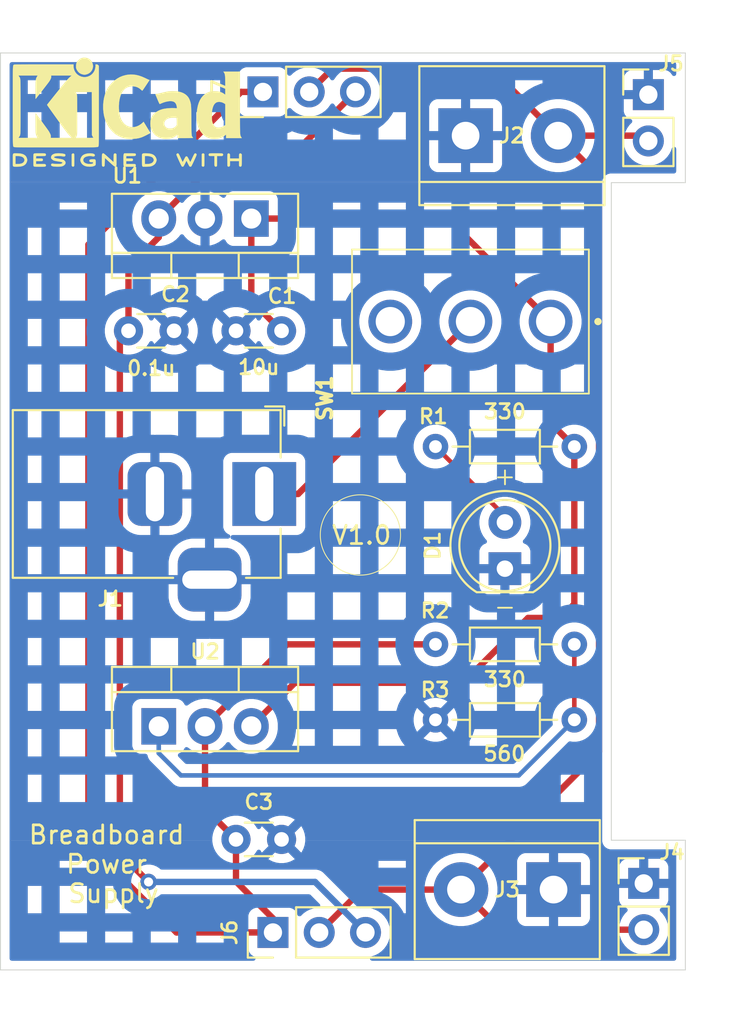
<source format=kicad_pcb>
(kicad_pcb (version 20241229) (generator "pcbnew") (generator_version "9.0")
  (layers (0 "F.Cu" signal) (2 "B.Cu" signal) (13 "F.Paste" user) (15 "B.Paste" user) (5 "F.SilkS" user "F.Silkscreen") (7 "B.SilkS" user "B.Silkscreen") (1 "F.Mask" user) (3 "B.Mask" user) (25 "Edge.Cuts" user))
  (net 0 "")
  (net 1 "GND")
  (net 2 "/12V")
  (net 3 "/5V")
  (net 4 "/3.3V")
  (net 5 "Net-(D1-A)")
  (net 6 "/PWR_input")
  (net 7 "/PWR_output")
  (net 8 "Net-(U2-ADJ)")
  (footprint "Connector_PinHeader_2.54mm:PinHeader_1x03_P2.54mm_Vertical" (layer "F.Cu") (at 87.05 69.7 90)
    (property "Reference" "J7" (at 0 -2.38 90) (layer "F.SilkS") (effects (font (size 0.8 0.8))))
    (property "Value" "Conn_01x03_Pin")
    (pad "1" thru_hole rect (at 0 0 90) (size 1.7 1.7) (drill 1) (layers "*.Cu" "*.Mask") (net 4 "/3.3V"))
    (pad "2" thru_hole circle (at 0 2.54 90) (size 1.7 1.7) (drill 1) (layers "*.Cu" "*.Mask") (net 7 "/PWR_output"))
    (pad "3" thru_hole circle (at 0 5.08 90) (size 1.7 1.7) (drill 1) (layers "*.Cu" "*.Mask") (net 3 "/5V"))
  )
  (footprint "Capacitor_THT:C_Disc_D3.0mm_W1.6mm_P2.50mm" (layer "F.Cu") (at 79.672 82.804)
    (property "Reference" "C2" (at 2.578 -2.004 0) (layer "F.SilkS") (effects (font (size 0.8 0.8))))
    (property "Value" "0.1u" (at 1.25 2.05 0) (layer "F.SilkS") (effects (font (size 0.8 0.8))))
    (pad "1" thru_hole circle (at 0 0) (size 1.6 1.6) (drill 0.8) (layers "*.Cu" "*.Mask") (net 3 "/5V"))
    (pad "2" thru_hole circle (at 2.5 0) (size 1.6 1.6) (drill 0.8) (layers "*.Cu" "*.Mask") (net 1 "GND"))
  )
  (footprint "Package_TO_SOT_THT:TO-220-3_Vertical" (layer "F.Cu") (at 81.332 104.4975)
    (property "Reference" "U2" (at 2.54 -4.1 0) (layer "F.SilkS") (effects (font (size 0.8 0.8))))
    (property "Value" "LM317_TO-220")
    (pad "1" thru_hole rect (at 0 0) (size 1.905 2) (drill 1.1) (layers "*.Cu" "*.Mask") (net 8 "Net-(U2-ADJ)"))
    (pad "2" thru_hole oval (at 2.54 0) (size 1.905 2) (drill 1.1) (layers "*.Cu" "*.Mask") (net 4 "/3.3V"))
    (pad "3" thru_hole oval (at 5.08 0) (size 1.905 2) (drill 1.1) (layers "*.Cu" "*.Mask") (net 2 "/12V"))
  )
  (footprint "TerminalBlock:TerminalBlock_bornier-2_P5.08mm" (layer "F.Cu") (at 103 113.45 180)
    (property "Reference" "J3" (at 2.54 0 0) (layer "F.SilkS") (effects (font (size 0.8 0.8))))
    (property "Value" "Screw_Terminal_01x02")
    (pad "1" thru_hole rect (at 0 0 180) (size 3 3) (drill 1.52) (layers "*.Cu" "*.Mask") (net 1 "GND"))
    (pad "2" thru_hole circle (at 5.08 0 180) (size 3 3) (drill 1.52) (layers "*.Cu" "*.Mask") (net 7 "/PWR_output"))
  )
  (footprint "Resistor_THT:R_Axial_DIN0204_L3.6mm_D1.6mm_P7.62mm_Horizontal" (layer "F.Cu") (at 96.52 100)
    (property "Reference" "R2" (at -0.02 -1.85 0) (layer "F.SilkS") (effects (font (size 0.8 0.8))))
    (property "Value" "330" (at 3.81 1.92 0) (layer "F.SilkS") (effects (font (size 0.8 0.8))))
    (pad "1" thru_hole circle (at 0 0) (size 1.4 1.4) (drill 0.7) (layers "*.Cu" "*.Mask") (net 4 "/3.3V"))
    (pad "2" thru_hole circle (at 7.62 0) (size 1.4 1.4) (drill 0.7) (layers "*.Cu" "*.Mask") (net 8 "Net-(U2-ADJ)"))
  )
  (footprint "Resistor_THT:R_Axial_DIN0204_L3.6mm_D1.6mm_P7.62mm_Horizontal" (layer "F.Cu") (at 104.14 104.14 180)
    (property "Reference" "R3" (at 7.64 1.64 0) (layer "F.SilkS") (effects (font (size 0.8 0.8))))
    (property "Value" "560" (at 3.84 -1.86 0) (layer "F.SilkS") (effects (font (size 0.8 0.8))))
    (pad "1" thru_hole circle (at 0 0 180) (size 1.4 1.4) (drill 0.7) (layers "*.Cu" "*.Mask") (net 8 "Net-(U2-ADJ)"))
    (pad "2" thru_hole circle (at 7.62 0 180) (size 1.4 1.4) (drill 0.7) (layers "*.Cu" "*.Mask") (net 1 "GND"))
  )
  (footprint "TerminalBlock:TerminalBlock_bornier-2_P5.08mm" (layer "F.Cu") (at 98.174 72.1)
    (property "Reference" "J2" (hide yes))
    (property "Value" "Screw_Terminal_01x02")
    (fp_text user "${REFERENCE}" (at 2.54 0 0) (layer "F.SilkS") (effects (font (size 0.8 0.8))))
    (pad "1" thru_hole rect (at 0 0) (size 3 3) (drill 1.52) (layers "*.Cu" "*.Mask") (net 1 "GND"))
    (pad "2" thru_hole circle (at 5.08 0) (size 3 3) (drill 1.52) (layers "*.Cu" "*.Mask") (net 7 "/PWR_output"))
  )
  (footprint "Connector_PinHeader_2.54mm:PinHeader_1x02_P2.54mm_Vertical" (layer "F.Cu") (at 108.204 69.85)
    (property "Reference" "J5" (at 1.246 -1.7 0) (layer "F.SilkS") (effects (font (size 0.8 0.8))))
    (property "Value" "Conn_01x02_Pin")
    (pad "1" thru_hole rect (at 0 0) (size 1.7 1.7) (drill 1) (layers "*.Cu" "*.Mask") (net 1 "GND"))
    (pad "2" thru_hole circle (at 0 2.54) (size 1.7 1.7) (drill 1) (layers "*.Cu" "*.Mask") (net 7 "/PWR_output"))
  )
  (footprint "Capacitor_THT:C_Disc_D3.0mm_W1.6mm_P2.50mm" (layer "F.Cu") (at 88.072 82.804 180)
    (property "Reference" "C1" (at -0.028 1.904 0) (layer "F.SilkS") (effects (font (size 0.8 0.8))))
    (property "Value" "10u" (at 1.25 -1.996 0) (layer "F.SilkS") (effects (font (size 0.8 0.8))))
    (pad "1" thru_hole circle (at 0 0 180) (size 1.6 1.6) (drill 0.8) (layers "*.Cu" "*.Mask") (net 2 "/12V"))
    (pad "2" thru_hole circle (at 2.5 0 180) (size 1.6 1.6) (drill 0.8) (layers "*.Cu" "*.Mask") (net 1 "GND"))
  )
  (footprint "Connector_PinHeader_2.54mm:PinHeader_1x02_P2.54mm_Vertical" (layer "F.Cu") (at 107.95 113.11)
    (property "Reference" "J4" (at 1.55 -1.71 0) (layer "F.SilkS") (effects (font (size 0.8 0.8))))
    (property "Value" "Conn_01x02_Pin")
    (pad "1" thru_hole rect (at 0 0) (size 1.7 1.7) (drill 1) (layers "*.Cu" "*.Mask") (net 1 "GND"))
    (pad "2" thru_hole circle (at 0 2.54) (size 1.7 1.7) (drill 1) (layers "*.Cu" "*.Mask") (net 7 "/PWR_output"))
  )
  (footprint "Resistor_THT:R_Axial_DIN0204_L3.6mm_D1.6mm_P7.62mm_Horizontal" (layer "F.Cu") (at 104.14 89.154 180)
    (property "Reference" "R1" (at 7.74 1.654 0) (layer "F.SilkS") (effects (font (size 0.8 0.8))))
    (property "Value" "330" (at 3.81 1.92 0) (layer "F.SilkS") (effects (font (size 0.8 0.8))))
    (pad "1" thru_hole circle (at 0 0 180) (size 1.4 1.4) (drill 0.7) (layers "*.Cu" "*.Mask") (net 2 "/12V"))
    (pad "2" thru_hole circle (at 7.62 0 180) (size 1.4 1.4) (drill 0.7) (layers "*.Cu" "*.Mask") (net 5 "Net-(D1-A)"))
  )
  (footprint "LED_THT:LED_D5.0mm" (layer "F.Cu") (at 100.33 95.85 90)
    (property "Reference" "D1" (at 1.27 -3.96 90) (layer "F.SilkS") (effects (font (size 0.8 0.8))))
    (property "Value" "LED")
    (pad "1" thru_hole rect (at 0 0 90) (size 1.8 1.8) (drill 0.9) (layers "*.Cu" "*.Mask") (net 1 "GND"))
    (pad "2" thru_hole circle (at 2.54 0 90) (size 1.8 1.8) (drill 0.9) (layers "*.Cu" "*.Mask") (net 5 "Net-(D1-A)"))
  )
  (footprint "Connector_PinHeader_2.54mm:PinHeader_1x03_P2.54mm_Vertical" (layer "F.Cu") (at 87.6 115.8 90)
    (property "Reference" "J6" (at 0 -2.38 90) (layer "F.SilkS") (effects (font (size 0.8 0.8))))
    (property "Value" "Conn_01x03_Pin")
    (pad "1" thru_hole rect (at 0 0 90) (size 1.7 1.7) (drill 1) (layers "*.Cu" "*.Mask") (net 4 "/3.3V"))
    (pad "2" thru_hole circle (at 0 2.54 90) (size 1.7 1.7) (drill 1) (layers "*.Cu" "*.Mask") (net 7 "/PWR_output"))
    (pad "3" thru_hole circle (at 0 5.08 90) (size 1.7 1.7) (drill 1) (layers "*.Cu" "*.Mask") (net 3 "/5V"))
  )
  (footprint "Package_TO_SOT_THT:TO-220-3_Vertical" (layer "F.Cu") (at 86.412 76.6475 180)
    (property "Reference" "U1" (at 6.812 2.3475 0) (layer "F.SilkS") (effects (font (size 0.8 0.8))))
    (property "Value" "LM7805_TO220")
    (pad "1" thru_hole rect (at 0 0 180) (size 1.905 2) (drill 1.1) (layers "*.Cu" "*.Mask") (net 2 "/12V"))
    (pad "2" thru_hole oval (at 2.54 0 180) (size 1.905 2) (drill 1.1) (layers "*.Cu" "*.Mask") (net 1 "GND"))
    (pad "3" thru_hole oval (at 5.08 0 180) (size 1.905 2) (drill 1.1) (layers "*.Cu" "*.Mask") (net 3 "/5V"))
  )
  (footprint "Connector_BarrelJack:BarrelJack_Horizontal" (layer "F.Cu") (at 87.122 91.7525)
    (property "Reference" "J1" (at -8.45 5.75 0) (layer "F.SilkS") (effects (font (size 0.8 0.8))))
    (property "Value" "Barrel_Jack_Switch")
    (pad "1" thru_hole rect (at 0 0) (size 3.5 3.5) (drill oval 1 3) (layers "*.Cu" "*.Mask") (net 6 "/PWR_input"))
    (pad "2" thru_hole roundrect (at -6 0) (size 3 3.5) (drill oval 1 3) (layers "*.Cu" "*.Mask") (net 1 "GND"))
    (pad "3" thru_hole roundrect (at -3 4.7) (size 3.5 3.5) (drill oval 3 1) (layers "*.Cu" "*.Mask") (net 1 "GND"))
  )
  (footprint "Symbol:KiCad-Logo2_5mm_SilkScreen" (layer "F.Cu") (at 79.6 70.8)
    (property "Reference" "REF**" (hide yes))
    (property "Value" "KiCad-Logo2_5mm_SilkScreen" (hide yes))
  )
  (footprint "Capacitor_THT:C_Disc_D3.0mm_W1.6mm_P2.50mm" (layer "F.Cu") (at 85.572 110.6975)
    (property "Reference" "C3" (at 1.25 -2.05 0) (layer "F.SilkS") (effects (font (size 0.8 0.8))))
    (property "Value" "1u")
    (pad "1" thru_hole circle (at 0 0) (size 1.6 1.6) (drill 0.8) (layers "*.Cu" "*.Mask") (net 4 "/3.3V"))
    (pad "2" thru_hole circle (at 2.5 0) (size 1.6 1.6) (drill 0.8) (layers "*.Cu" "*.Mask") (net 1 "GND"))
  )
  (footprint "Digikey:8SS1012Z" (layer "F.Cu") (at 102.839 82.296 -90)
    (property "Reference" "SW1" (at 4.204 12.389 90) (layer "F.SilkS") (effects (font (size 0.8 0.8) (thickness 0.254))))
    (property "Value" "8SS1012-Z" (hide yes))
    (pad "1" thru_hole circle (at 0 0 270) (size 2.4 2.4) (drill 1.6) (layers "*.Cu" "*.Mask") (net 2 "/12V"))
    (pad "2" thru_hole circle (at 0 4.4 270) (size 2.4 2.4) (drill 1.6) (layers "*.Cu" "*.Mask") (net 6 "/PWR_input"))
    (pad "3" thru_hole circle (at 0 8.8 270) (size 2.4 2.4) (drill 1.6) (layers "*.Cu" "*.Mask"))
  )
  (gr_circle (center 92.4 94) (end 92.5 91.8) (stroke (width 0.05)) (fill no) (layer "F.SilkS"))
  (gr_line (start 110.236 74.676) (end 110.236 67.564) (stroke (width 0.05)) (layer "Edge.Cuts"))
  (gr_line (start 110.236 67.564) (end 72.644 67.564) (stroke (width 0.05)) (layer "Edge.Cuts"))
  (gr_line (start 110.236 110.744) (end 110.236 117.856) (stroke (width 0.05)) (layer "Edge.Cuts"))
  (gr_line (start 72.644 117.856) (end 72.644 67.564) (stroke (width 0.05)) (layer "Edge.Cuts"))
  (gr_line (start 106.172 110.744) (end 106.172 74.676) (stroke (width 0.05)) (layer "Edge.Cuts"))
  (gr_line (start 110.236 110.744) (end 106.172 110.744) (stroke (width 0.05)) (layer "Edge.Cuts"))
  (gr_line (start 110.236 117.856) (end 72.644 117.856) (stroke (width 0.05)) (layer "Edge.Cuts"))
  (gr_line (start 106.172 74.676) (end 110.236 74.676) (stroke (width 0.05)) (layer "Edge.Cuts"))
  (gr_text "+" (at 99.65 91.35 0) (layer "F.SilkS") (effects (font (size 1 1) (thickness 0.1)) (justify left bottom)))
  (gr_text "-" (at 99.65 98.5 0) (layer "F.SilkS") (effects (font (size 1 1) (thickness 0.1)) (justify left bottom)))
  (gr_text "V1.0" (at 90.752272 94.6 0) (layer "F.SilkS") (effects (font (size 1 1)) (justify left bottom)))
  (gr_text "Breadboard \nPower \nSupply" (at 78.85 114.25 0) (layer "F.SilkS") (effects (font (size 1 1)) (justify bottom)))
  (segment (start 88.8015 102.108) (end 86.412 104.4975) (width 0.35) (layer "F.Cu") (net 2))
  (segment (start 98.044 102.108) (end 88.8015 102.108) (width 0.35) (layer "F.Cu") (net 2))
  (segment (start 103.378 98.552) (end 101.6 98.552) (width 0.35) (layer "F.Cu") (net 2))
  (segment (start 101.6 98.552) (end 98.044 102.108) (width 0.35) (layer "F.Cu") (net 2))
  (segment (start 86.412 76.6475) (end 86.412 81.144) (width 0.35) (layer "F.Cu") (net 2))
  (segment (start 102.839 82.296) (end 102.839 87.853) (width 0.35) (layer "F.Cu") (net 2))
  (segment (start 104.14 97.79) (end 103.378 98.552) (width 0.35) (layer "F.Cu") (net 2))
  (segment (start 86.412 76.6475) (end 97.1905 76.6475) (width 0.35) (layer "F.Cu") (net 2))
  (segment (start 104.14 89.154) (end 104.14 97.79) (width 0.35) (layer "F.Cu") (net 2))
  (segment (start 97.1905 76.6475) (end 102.839 82.296) (width 0.35) (layer "F.Cu") (net 2))
  (segment (start 102.839 87.853) (end 104.14 89.154) (width 0.35) (layer "F.Cu") (net 2))
  (segment (start 86.412 81.144) (end 88.072 82.804) (width 0.35) (layer "F.Cu") (net 2))
  (segment (start 79.672 79.332) (end 79.672 82.804) (width 0.35) (layer "F.Cu") (net 3))
  (segment (start 88.932 72.898) (end 92.13 69.7) (width 0.35) (layer "F.Cu") (net 3))
  (segment (start 81.332 76.6475) (end 81.332 77.672) (width 0.35) (layer "F.Cu") (net 3))
  (segment (start 81.332 76.6475) (end 85.0815 72.898) (width 0.35) (layer "F.Cu") (net 3))
  (segment (start 85.0815 72.898) (end 88.932 72.898) (width 0.35) (layer "F.Cu") (net 3))
  (segment (start 80.772 113.03) (end 79.196 111.454) (width 0.35) (layer "F.Cu") (net 3))
  (segment (start 79.196 111.454) (end 79.196 83.28) (width 0.35) (layer "F.Cu") (net 3))
  (segment (start 81.332 77.672) (end 79.672 79.332) (width 0.35) (layer "F.Cu") (net 3))
  (segment (start 79.196 83.28) (end 79.672 82.804) (width 0.35) (layer "F.Cu") (net 3))
  (via (at 80.772 113.03) (size 0.9) (drill 0.5) (layers "F.Cu" "B.Cu") (net 3))
  (segment (start 89.91 113.03) (end 80.772 113.03) (width 0.35) (layer "B.Cu") (net 3))
  (segment (start 92.68 115.8) (end 89.91 113.03) (width 0.35) (layer "B.Cu") (net 3))
  (segment (start 85.85 69.7) (end 77.47 78.08) (width 0.35) (layer "F.Cu") (net 4))
  (segment (start 87.6 115.032) (end 85.572 113.004) (width 0.35) (layer "F.Cu") (net 4))
  (segment (start 87.05 69.7) (end 85.85 69.7) (width 0.35) (layer "F.Cu") (net 4))
  (segment (start 85.572 113.004) (end 85.572 110.6975) (width 0.35) (layer "F.Cu") (net 4))
  (segment (start 82.303148 115.8) (end 87.6 115.8) (width 0.35) (layer "F.Cu") (net 4))
  (segment (start 87.6 115.8) (end 87.6 115.032) (width 0.35) (layer "F.Cu") (net 4))
  (segment (start 83.872 108.9975) (end 85.572 110.6975) (width 0.35) (layer "F.Cu") (net 4))
  (segment (start 83.872 104.4975) (end 88.3695 100) (width 0.35) (layer "F.Cu") (net 4))
  (segment (start 88.3695 100) (end 96.52 100) (width 0.35) (layer "F.Cu") (net 4))
  (segment (start 77.47 110.966852) (end 82.303148 115.8) (width 0.35) (layer "F.Cu") (net 4))
  (segment (start 83.872 104.4975) (end 83.872 108.9975) (width 0.35) (layer "F.Cu") (net 4))
  (segment (start 77.47 78.08) (end 77.47 110.966852) (width 0.35) (layer "F.Cu") (net 4))
  (segment (start 100.33 92.964) (end 100.33 93.31) (width 0.25) (layer "F.Cu") (net 5))
  (segment (start 96.52 89.154) (end 100.33 92.964) (width 0.25) (layer "F.Cu") (net 5))
  (segment (start 88.9825 91.7525) (end 98.439 82.296) (width 0.35) (layer "F.Cu") (net 6))
  (segment (start 87.122 91.7525) (end 88.9825 91.7525) (width 0.35) (layer "F.Cu") (net 6))
  (segment (start 103.254 72.1) (end 105.522996 74.368996) (width 0.35) (layer "F.Cu") (net 7))
  (segment (start 105.496 105.874) (end 97.92 113.45) (width 0.35) (layer "F.Cu") (net 7))
  (segment (start 97.92 113.45) (end 100.12 115.65) (width 0.35) (layer "F.Cu") (net 7))
  (segment (start 90.866 68.424) (end 89.59 69.7) (width 0.35) (layer "F.Cu") (net 7))
  (segment (start 99.578 68.424) (end 90.866 68.424) (width 0.35) (layer "F.Cu") (net 7))
  (segment (start 103.254 72.1) (end 107.914 72.1) (width 0.35) (layer "F.Cu") (net 7))
  (segment (start 105.496 74.395992) (end 105.496 105.874) (width 0.35) (layer "F.Cu") (net 7))
  (segment (start 92.49 113.45) (end 97.92 113.45) (width 0.35) (layer "F.Cu") (net 7))
  (segment (start 105.522996 74.368996) (end 105.496 74.395992) (width 0.35) (layer "F.Cu") (net 7))
  (segment (start 103.254 72.1) (end 99.578 68.424) (width 0.35) (layer "F.Cu") (net 7))
  (segment (start 107.914 72.1) (end 108.204 72.39) (width 0.35) (layer "F.Cu") (net 7))
  (segment (start 90.14 115.8) (end 92.49 113.45) (width 0.35) (layer "F.Cu") (net 7))
  (segment (start 100.12 115.65) (end 107.95 115.65) (width 0.35) (layer "F.Cu") (net 7))
  (segment (start 104.14 104.14) (end 104.14 100) (width 0.25) (layer "F.Cu") (net 8))
  (segment (start 81.332 105.97) (end 82.55 107.188) (width 0.25) (layer "B.Cu") (net 8))
  (segment (start 101.092 107.188) (end 104.14 104.14) (width 0.25) (layer "B.Cu") (net 8))
  (segment (start 81.332 104.4975) (end 81.332 105.97) (width 0.25) (layer "B.Cu") (net 8))
  (segment (start 82.55 107.188) (end 101.092 107.188) (width 0.25) (layer "B.Cu") (net 8))
  (zone (net 1) (net_name "GND") (layer "B.Cu") (connect_pads (clearance 0.5)) (min_thickness 0.25) (fill yes (mode hatch) (thermal_gap 0.5) (thermal_bridge_width 0.5) (hatch_thickness 1) (hatch_gap 1.5) (hatch_orientation 0) (hatch_border_algorithm hatch_thickness) (hatch_min_hole_area 0.3))
    (polygon (pts (xy 72.65 67.55) (xy 110.25 67.55) (xy 110.25 74.65) (xy 72.65 74.65)))
  )
  (zone (net 1) (net_name "GND") (layer "B.Cu") (priority 2) (connect_pads (clearance 0.5)) (min_thickness 0.25) (fill yes (mode hatch) (thermal_gap 0.5) (thermal_bridge_width 0.5) (hatch_thickness 1) (hatch_gap 1.5) (hatch_orientation 0) (hatch_border_algorithm hatch_thickness) (hatch_min_hole_area 0.3))
    (polygon (pts (xy 72.65 110.75) (xy 72.65 117.85) (xy 110.2 117.85) (xy 110.2 110.75)))
  )
  (zone (net 1) (net_name "GND") (layer "B.Cu") (priority 1) (connect_pads (clearance 0.5)) (min_thickness 0.25) (fill yes (mode hatch) (thermal_gap 0.5) (thermal_bridge_width 0.5) (hatch_thickness 1) (hatch_gap 1.5) (hatch_orientation 0) (hatch_border_algorithm hatch_thickness) (hatch_min_hole_area 0.3))
    (polygon (pts (xy 72.65 74.65) (xy 106.15 74.65) (xy 106.15 110.75) (xy 72.65 110.75)))
  )
)
</source>
